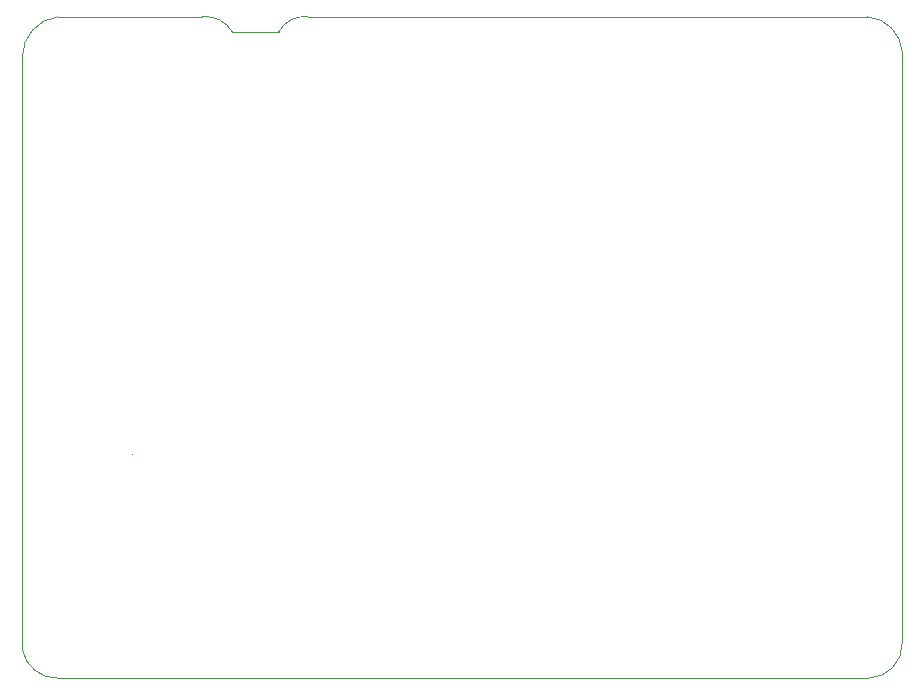
<source format=gbr>
%TF.GenerationSoftware,KiCad,Pcbnew,(6.0.7-1)-1*%
%TF.CreationDate,2022-11-11T20:36:14-08:00*%
%TF.ProjectId,KamiPCBv4,4b616d69-5043-4427-9634-2e6b69636164,rev?*%
%TF.SameCoordinates,Original*%
%TF.FileFunction,Profile,NP*%
%FSLAX46Y46*%
G04 Gerber Fmt 4.6, Leading zero omitted, Abs format (unit mm)*
G04 Created by KiCad (PCBNEW (6.0.7-1)-1) date 2022-11-11 20:36:14*
%MOMM*%
%LPD*%
G01*
G04 APERTURE LIST*
%TA.AperFunction,Profile*%
%ADD10C,0.050000*%
%TD*%
G04 APERTURE END LIST*
D10*
X128400000Y-81280000D02*
X124460000Y-81280000D01*
X130840003Y-80003275D02*
G75*
G03*
X128400000Y-81280000I-275403J-2443625D01*
G01*
X124459970Y-81280018D02*
G75*
G03*
X121920000Y-80003300I-2268270J-1347682D01*
G01*
X121920000Y-80003300D02*
X109680000Y-80003300D01*
X181179272Y-83003298D02*
G75*
G03*
X178179243Y-80003271I-3172929J-172902D01*
G01*
X181179243Y-133003329D02*
X181179243Y-83003300D01*
X109680043Y-136003300D02*
X178306243Y-136003300D01*
X106680000Y-133578548D02*
X106680000Y-83401315D01*
X178306242Y-136003245D02*
G75*
G03*
X181179243Y-133003329I-29299J2903745D01*
G01*
X116000757Y-117003271D02*
X116000757Y-117003271D01*
X106680025Y-133578543D02*
G75*
G03*
X109680043Y-136003300I2931918J559243D01*
G01*
X178179243Y-80003271D02*
X130840000Y-80003300D01*
X109679995Y-80003263D02*
G75*
G03*
X106680000Y-83401315I424448J-3398037D01*
G01*
M02*

</source>
